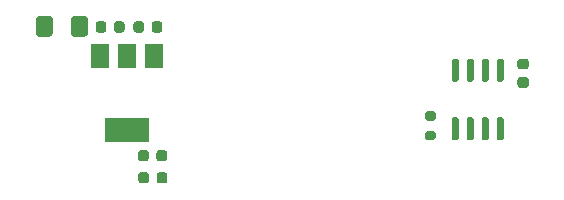
<source format=gbr>
%TF.GenerationSoftware,KiCad,Pcbnew,(5.1.8-0-10_14)*%
%TF.CreationDate,2021-04-16T18:19:52+02:00*%
%TF.ProjectId,SimpleCANAdapter,53696d70-6c65-4434-914e-416461707465,rev?*%
%TF.SameCoordinates,Original*%
%TF.FileFunction,Paste,Bot*%
%TF.FilePolarity,Positive*%
%FSLAX46Y46*%
G04 Gerber Fmt 4.6, Leading zero omitted, Abs format (unit mm)*
G04 Created by KiCad (PCBNEW (5.1.8-0-10_14)) date 2021-04-16 18:19:52*
%MOMM*%
%LPD*%
G01*
G04 APERTURE LIST*
%ADD10R,1.500000X2.000000*%
%ADD11R,3.800000X2.000000*%
G04 APERTURE END LIST*
D10*
%TO.C,U3*%
X74930000Y-85280000D03*
X79530000Y-85280000D03*
X77230000Y-85280000D03*
D11*
X77230000Y-91580000D03*
%TD*%
%TO.C,F1*%
G36*
G01*
X70925000Y-82175000D02*
X70925000Y-83425000D01*
G75*
G02*
X70675000Y-83675000I-250000J0D01*
G01*
X69750000Y-83675000D01*
G75*
G02*
X69500000Y-83425000I0J250000D01*
G01*
X69500000Y-82175000D01*
G75*
G02*
X69750000Y-81925000I250000J0D01*
G01*
X70675000Y-81925000D01*
G75*
G02*
X70925000Y-82175000I0J-250000D01*
G01*
G37*
G36*
G01*
X73900000Y-82175000D02*
X73900000Y-83425000D01*
G75*
G02*
X73650000Y-83675000I-250000J0D01*
G01*
X72725000Y-83675000D01*
G75*
G02*
X72475000Y-83425000I0J250000D01*
G01*
X72475000Y-82175000D01*
G75*
G02*
X72725000Y-81925000I250000J0D01*
G01*
X73650000Y-81925000D01*
G75*
G02*
X73900000Y-82175000I0J-250000D01*
G01*
G37*
%TD*%
%TO.C,R1*%
G36*
G01*
X102625000Y-90000000D02*
X103175000Y-90000000D01*
G75*
G02*
X103375000Y-90200000I0J-200000D01*
G01*
X103375000Y-90600000D01*
G75*
G02*
X103175000Y-90800000I-200000J0D01*
G01*
X102625000Y-90800000D01*
G75*
G02*
X102425000Y-90600000I0J200000D01*
G01*
X102425000Y-90200000D01*
G75*
G02*
X102625000Y-90000000I200000J0D01*
G01*
G37*
G36*
G01*
X102625000Y-91650000D02*
X103175000Y-91650000D01*
G75*
G02*
X103375000Y-91850000I0J-200000D01*
G01*
X103375000Y-92250000D01*
G75*
G02*
X103175000Y-92450000I-200000J0D01*
G01*
X102625000Y-92450000D01*
G75*
G02*
X102425000Y-92250000I0J200000D01*
G01*
X102425000Y-91850000D01*
G75*
G02*
X102625000Y-91650000I200000J0D01*
G01*
G37*
%TD*%
%TO.C,U2*%
G36*
G01*
X104845000Y-90500000D02*
X105145000Y-90500000D01*
G75*
G02*
X105295000Y-90650000I0J-150000D01*
G01*
X105295000Y-92300000D01*
G75*
G02*
X105145000Y-92450000I-150000J0D01*
G01*
X104845000Y-92450000D01*
G75*
G02*
X104695000Y-92300000I0J150000D01*
G01*
X104695000Y-90650000D01*
G75*
G02*
X104845000Y-90500000I150000J0D01*
G01*
G37*
G36*
G01*
X106115000Y-90500000D02*
X106415000Y-90500000D01*
G75*
G02*
X106565000Y-90650000I0J-150000D01*
G01*
X106565000Y-92300000D01*
G75*
G02*
X106415000Y-92450000I-150000J0D01*
G01*
X106115000Y-92450000D01*
G75*
G02*
X105965000Y-92300000I0J150000D01*
G01*
X105965000Y-90650000D01*
G75*
G02*
X106115000Y-90500000I150000J0D01*
G01*
G37*
G36*
G01*
X107385000Y-90500000D02*
X107685000Y-90500000D01*
G75*
G02*
X107835000Y-90650000I0J-150000D01*
G01*
X107835000Y-92300000D01*
G75*
G02*
X107685000Y-92450000I-150000J0D01*
G01*
X107385000Y-92450000D01*
G75*
G02*
X107235000Y-92300000I0J150000D01*
G01*
X107235000Y-90650000D01*
G75*
G02*
X107385000Y-90500000I150000J0D01*
G01*
G37*
G36*
G01*
X108655000Y-90500000D02*
X108955000Y-90500000D01*
G75*
G02*
X109105000Y-90650000I0J-150000D01*
G01*
X109105000Y-92300000D01*
G75*
G02*
X108955000Y-92450000I-150000J0D01*
G01*
X108655000Y-92450000D01*
G75*
G02*
X108505000Y-92300000I0J150000D01*
G01*
X108505000Y-90650000D01*
G75*
G02*
X108655000Y-90500000I150000J0D01*
G01*
G37*
G36*
G01*
X108655000Y-85550000D02*
X108955000Y-85550000D01*
G75*
G02*
X109105000Y-85700000I0J-150000D01*
G01*
X109105000Y-87350000D01*
G75*
G02*
X108955000Y-87500000I-150000J0D01*
G01*
X108655000Y-87500000D01*
G75*
G02*
X108505000Y-87350000I0J150000D01*
G01*
X108505000Y-85700000D01*
G75*
G02*
X108655000Y-85550000I150000J0D01*
G01*
G37*
G36*
G01*
X107385000Y-85550000D02*
X107685000Y-85550000D01*
G75*
G02*
X107835000Y-85700000I0J-150000D01*
G01*
X107835000Y-87350000D01*
G75*
G02*
X107685000Y-87500000I-150000J0D01*
G01*
X107385000Y-87500000D01*
G75*
G02*
X107235000Y-87350000I0J150000D01*
G01*
X107235000Y-85700000D01*
G75*
G02*
X107385000Y-85550000I150000J0D01*
G01*
G37*
G36*
G01*
X106115000Y-85550000D02*
X106415000Y-85550000D01*
G75*
G02*
X106565000Y-85700000I0J-150000D01*
G01*
X106565000Y-87350000D01*
G75*
G02*
X106415000Y-87500000I-150000J0D01*
G01*
X106115000Y-87500000D01*
G75*
G02*
X105965000Y-87350000I0J150000D01*
G01*
X105965000Y-85700000D01*
G75*
G02*
X106115000Y-85550000I150000J0D01*
G01*
G37*
G36*
G01*
X104845000Y-85550000D02*
X105145000Y-85550000D01*
G75*
G02*
X105295000Y-85700000I0J-150000D01*
G01*
X105295000Y-87350000D01*
G75*
G02*
X105145000Y-87500000I-150000J0D01*
G01*
X104845000Y-87500000D01*
G75*
G02*
X104695000Y-87350000I0J150000D01*
G01*
X104695000Y-85700000D01*
G75*
G02*
X104845000Y-85550000I150000J0D01*
G01*
G37*
%TD*%
%TO.C,C1*%
G36*
G01*
X110500000Y-85550000D02*
X111000000Y-85550000D01*
G75*
G02*
X111225000Y-85775000I0J-225000D01*
G01*
X111225000Y-86225000D01*
G75*
G02*
X111000000Y-86450000I-225000J0D01*
G01*
X110500000Y-86450000D01*
G75*
G02*
X110275000Y-86225000I0J225000D01*
G01*
X110275000Y-85775000D01*
G75*
G02*
X110500000Y-85550000I225000J0D01*
G01*
G37*
G36*
G01*
X110500000Y-87100000D02*
X111000000Y-87100000D01*
G75*
G02*
X111225000Y-87325000I0J-225000D01*
G01*
X111225000Y-87775000D01*
G75*
G02*
X111000000Y-88000000I-225000J0D01*
G01*
X110500000Y-88000000D01*
G75*
G02*
X110275000Y-87775000I0J225000D01*
G01*
X110275000Y-87325000D01*
G75*
G02*
X110500000Y-87100000I225000J0D01*
G01*
G37*
%TD*%
%TO.C,C4*%
G36*
G01*
X77006000Y-82602000D02*
X77006000Y-83102000D01*
G75*
G02*
X76781000Y-83327000I-225000J0D01*
G01*
X76331000Y-83327000D01*
G75*
G02*
X76106000Y-83102000I0J225000D01*
G01*
X76106000Y-82602000D01*
G75*
G02*
X76331000Y-82377000I225000J0D01*
G01*
X76781000Y-82377000D01*
G75*
G02*
X77006000Y-82602000I0J-225000D01*
G01*
G37*
G36*
G01*
X75456000Y-82602000D02*
X75456000Y-83102000D01*
G75*
G02*
X75231000Y-83327000I-225000J0D01*
G01*
X74781000Y-83327000D01*
G75*
G02*
X74556000Y-83102000I0J225000D01*
G01*
X74556000Y-82602000D01*
G75*
G02*
X74781000Y-82377000I225000J0D01*
G01*
X75231000Y-82377000D01*
G75*
G02*
X75456000Y-82602000I0J-225000D01*
G01*
G37*
%TD*%
%TO.C,C5*%
G36*
G01*
X77756000Y-83102000D02*
X77756000Y-82602000D01*
G75*
G02*
X77981000Y-82377000I225000J0D01*
G01*
X78431000Y-82377000D01*
G75*
G02*
X78656000Y-82602000I0J-225000D01*
G01*
X78656000Y-83102000D01*
G75*
G02*
X78431000Y-83327000I-225000J0D01*
G01*
X77981000Y-83327000D01*
G75*
G02*
X77756000Y-83102000I0J225000D01*
G01*
G37*
G36*
G01*
X79306000Y-83102000D02*
X79306000Y-82602000D01*
G75*
G02*
X79531000Y-82377000I225000J0D01*
G01*
X79981000Y-82377000D01*
G75*
G02*
X80206000Y-82602000I0J-225000D01*
G01*
X80206000Y-83102000D01*
G75*
G02*
X79981000Y-83327000I-225000J0D01*
G01*
X79531000Y-83327000D01*
G75*
G02*
X79306000Y-83102000I0J225000D01*
G01*
G37*
%TD*%
%TO.C,C9*%
G36*
G01*
X79055000Y-93500000D02*
X79055000Y-94000000D01*
G75*
G02*
X78830000Y-94225000I-225000J0D01*
G01*
X78380000Y-94225000D01*
G75*
G02*
X78155000Y-94000000I0J225000D01*
G01*
X78155000Y-93500000D01*
G75*
G02*
X78380000Y-93275000I225000J0D01*
G01*
X78830000Y-93275000D01*
G75*
G02*
X79055000Y-93500000I0J-225000D01*
G01*
G37*
G36*
G01*
X80605000Y-93500000D02*
X80605000Y-94000000D01*
G75*
G02*
X80380000Y-94225000I-225000J0D01*
G01*
X79930000Y-94225000D01*
G75*
G02*
X79705000Y-94000000I0J225000D01*
G01*
X79705000Y-93500000D01*
G75*
G02*
X79930000Y-93275000I225000J0D01*
G01*
X80380000Y-93275000D01*
G75*
G02*
X80605000Y-93500000I0J-225000D01*
G01*
G37*
%TD*%
%TO.C,C11*%
G36*
G01*
X80625000Y-95370001D02*
X80625000Y-95870001D01*
G75*
G02*
X80400000Y-96095001I-225000J0D01*
G01*
X79950000Y-96095001D01*
G75*
G02*
X79725000Y-95870001I0J225000D01*
G01*
X79725000Y-95370001D01*
G75*
G02*
X79950000Y-95145001I225000J0D01*
G01*
X80400000Y-95145001D01*
G75*
G02*
X80625000Y-95370001I0J-225000D01*
G01*
G37*
G36*
G01*
X79075000Y-95370001D02*
X79075000Y-95870001D01*
G75*
G02*
X78850000Y-96095001I-225000J0D01*
G01*
X78400000Y-96095001D01*
G75*
G02*
X78175000Y-95870001I0J225000D01*
G01*
X78175000Y-95370001D01*
G75*
G02*
X78400000Y-95145001I225000J0D01*
G01*
X78850000Y-95145001D01*
G75*
G02*
X79075000Y-95370001I0J-225000D01*
G01*
G37*
%TD*%
M02*

</source>
